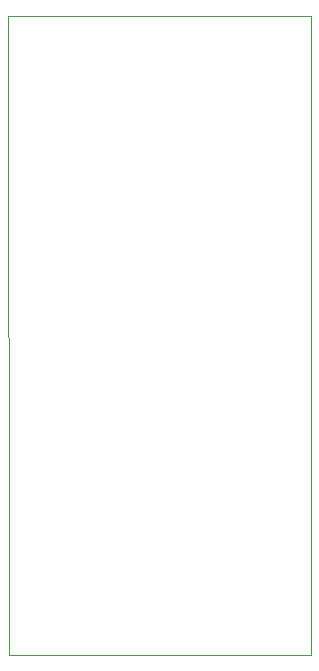
<source format=gbr>
%TF.GenerationSoftware,KiCad,Pcbnew,(5.1.6)-1*%
%TF.CreationDate,2022-09-14T08:17:57+02:00*%
%TF.ProjectId,LoRaWAN_EndNode_Microchip,4c6f5261-5741-44e5-9f45-6e644e6f6465,rev?*%
%TF.SameCoordinates,Original*%
%TF.FileFunction,Profile,NP*%
%FSLAX46Y46*%
G04 Gerber Fmt 4.6, Leading zero omitted, Abs format (unit mm)*
G04 Created by KiCad (PCBNEW (5.1.6)-1) date 2022-09-14 08:17:57*
%MOMM*%
%LPD*%
G01*
G04 APERTURE LIST*
%TA.AperFunction,Profile*%
%ADD10C,0.050000*%
%TD*%
G04 APERTURE END LIST*
D10*
X187960000Y-71183500D02*
X213614000Y-71183500D01*
X213614000Y-71183500D02*
X213614000Y-125222000D01*
X213614000Y-125222000D02*
X188023500Y-125222000D01*
X188023500Y-125222000D02*
X187960000Y-71183500D01*
M02*

</source>
